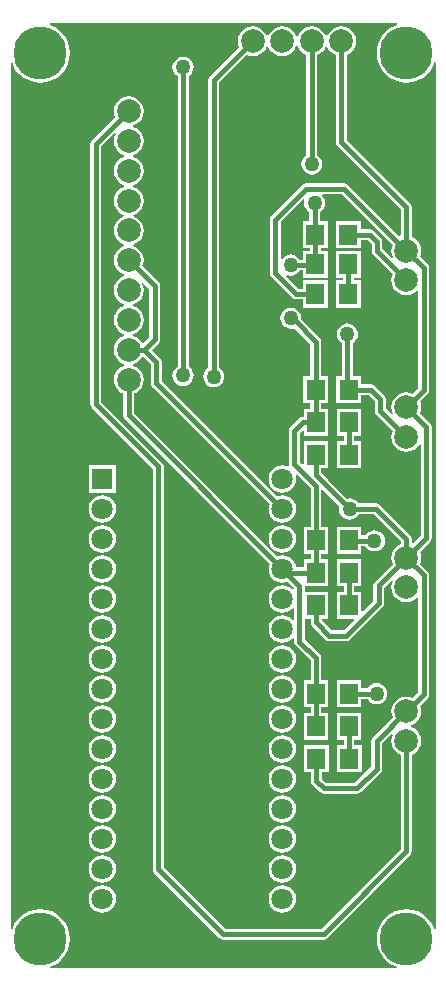
<source format=gtl>
G04*
G04 #@! TF.GenerationSoftware,Altium Limited,Altium Designer,18.0.9 (584)*
G04*
G04 Layer_Physical_Order=1*
G04 Layer_Color=255*
%FSLAX42Y42*%
%MOMM*%
G71*
G01*
G75*
%ADD12C,0.40*%
%ADD13R,1.60X1.80*%
%ADD20C,2.00*%
%ADD21C,1.80*%
%ADD22R,1.80X1.80*%
%ADD23C,1.27*%
%ADD24C,4.50*%
G36*
X3270Y7987D02*
X3254Y7982D01*
X3210Y7959D01*
X3172Y7928D01*
X3141Y7890D01*
X3118Y7846D01*
X3103Y7799D01*
X3098Y7750D01*
X3103Y7701D01*
X3118Y7654D01*
X3141Y7610D01*
X3172Y7572D01*
X3210Y7541D01*
X3254Y7518D01*
X3301Y7503D01*
X3350Y7498D01*
X3399Y7503D01*
X3446Y7518D01*
X3490Y7541D01*
X3528Y7572D01*
X3559Y7610D01*
X3582Y7654D01*
X3587Y7670D01*
X3600Y7668D01*
Y332D01*
X3587Y330D01*
X3582Y346D01*
X3559Y390D01*
X3528Y428D01*
X3490Y459D01*
X3446Y482D01*
X3399Y497D01*
X3350Y502D01*
X3301Y497D01*
X3254Y482D01*
X3210Y459D01*
X3172Y428D01*
X3141Y390D01*
X3118Y346D01*
X3103Y299D01*
X3098Y250D01*
X3103Y201D01*
X3118Y154D01*
X3141Y110D01*
X3172Y72D01*
X3210Y41D01*
X3254Y18D01*
X3270Y13D01*
X3268Y0D01*
X332D01*
X330Y13D01*
X346Y18D01*
X390Y41D01*
X428Y72D01*
X459Y110D01*
X482Y154D01*
X497Y201D01*
X502Y250D01*
X497Y299D01*
X482Y346D01*
X459Y390D01*
X428Y428D01*
X390Y459D01*
X346Y482D01*
X299Y497D01*
X250Y502D01*
X201Y497D01*
X154Y482D01*
X110Y459D01*
X72Y428D01*
X41Y390D01*
X18Y346D01*
X13Y330D01*
X0Y332D01*
Y7668D01*
X13Y7670D01*
X18Y7654D01*
X41Y7610D01*
X72Y7572D01*
X110Y7541D01*
X154Y7518D01*
X201Y7503D01*
X250Y7498D01*
X299Y7503D01*
X346Y7518D01*
X390Y7541D01*
X428Y7572D01*
X459Y7610D01*
X482Y7654D01*
X497Y7701D01*
X502Y7750D01*
X497Y7799D01*
X482Y7846D01*
X459Y7890D01*
X428Y7928D01*
X390Y7959D01*
X346Y7982D01*
X330Y7987D01*
X332Y8000D01*
X3268D01*
X3270Y7987D01*
D02*
G37*
%LPC*%
G36*
X2800Y7976D02*
X2767Y7972D01*
X2737Y7960D01*
X2711Y7939D01*
X2690Y7913D01*
X2682Y7893D01*
X2668D01*
X2660Y7913D01*
X2639Y7939D01*
X2613Y7960D01*
X2583Y7972D01*
X2550Y7976D01*
X2517Y7972D01*
X2487Y7960D01*
X2461Y7939D01*
X2440Y7913D01*
X2432Y7893D01*
X2418D01*
X2410Y7913D01*
X2389Y7939D01*
X2363Y7960D01*
X2333Y7972D01*
X2300Y7976D01*
X2267Y7972D01*
X2237Y7960D01*
X2211Y7939D01*
X2190Y7913D01*
X2182Y7893D01*
X2168D01*
X2160Y7913D01*
X2139Y7939D01*
X2113Y7960D01*
X2083Y7972D01*
X2050Y7976D01*
X2017Y7972D01*
X1987Y7960D01*
X1961Y7939D01*
X1940Y7913D01*
X1928Y7883D01*
X1924Y7850D01*
X1928Y7817D01*
X1935Y7800D01*
X1687Y7553D01*
X1677Y7538D01*
X1674Y7520D01*
X1674Y7520D01*
Y5087D01*
X1657Y5073D01*
X1642Y5055D01*
X1633Y5033D01*
X1630Y5010D01*
X1633Y4987D01*
X1642Y4965D01*
X1657Y4947D01*
X1675Y4932D01*
X1697Y4923D01*
X1720Y4920D01*
X1743Y4923D01*
X1765Y4932D01*
X1783Y4947D01*
X1798Y4965D01*
X1807Y4987D01*
X1810Y5010D01*
X1807Y5033D01*
X1798Y5055D01*
X1783Y5073D01*
X1766Y5087D01*
Y7501D01*
X2000Y7735D01*
X2017Y7728D01*
X2050Y7724D01*
X2083Y7728D01*
X2113Y7740D01*
X2139Y7761D01*
X2160Y7787D01*
X2168Y7807D01*
X2182D01*
X2190Y7787D01*
X2211Y7761D01*
X2237Y7740D01*
X2267Y7728D01*
X2300Y7724D01*
X2333Y7728D01*
X2363Y7740D01*
X2389Y7761D01*
X2410Y7787D01*
X2418Y7807D01*
X2432D01*
X2440Y7787D01*
X2461Y7761D01*
X2487Y7740D01*
X2504Y7733D01*
Y6887D01*
X2487Y6873D01*
X2472Y6855D01*
X2463Y6833D01*
X2460Y6810D01*
X2463Y6787D01*
X2472Y6765D01*
X2487Y6747D01*
X2505Y6732D01*
X2527Y6723D01*
X2550Y6720D01*
X2573Y6723D01*
X2595Y6732D01*
X2613Y6747D01*
X2628Y6765D01*
X2637Y6787D01*
X2640Y6810D01*
X2637Y6833D01*
X2628Y6855D01*
X2613Y6873D01*
X2596Y6887D01*
Y7733D01*
X2613Y7740D01*
X2639Y7761D01*
X2660Y7787D01*
X2668Y7807D01*
X2682D01*
X2690Y7787D01*
X2711Y7761D01*
X2737Y7740D01*
X2754Y7733D01*
Y6995D01*
X2754Y6995D01*
X2757Y6977D01*
X2767Y6962D01*
X3304Y6426D01*
Y6205D01*
X3291Y6199D01*
X2858Y6633D01*
X2843Y6643D01*
X2825Y6646D01*
X2825Y6646D01*
X2500D01*
X2500Y6646D01*
X2482Y6643D01*
X2467Y6633D01*
X2467Y6633D01*
X2207Y6373D01*
X2197Y6358D01*
X2194Y6340D01*
X2194Y6340D01*
Y5890D01*
X2194Y5890D01*
X2197Y5872D01*
X2207Y5857D01*
X2387Y5677D01*
X2402Y5667D01*
X2420Y5664D01*
X2420Y5664D01*
X2475D01*
Y5595D01*
X2685D01*
Y5825D01*
X2475D01*
Y5756D01*
X2439D01*
X2335Y5861D01*
X2342Y5871D01*
X2349Y5868D01*
X2373Y5865D01*
X2396Y5868D01*
X2417Y5877D01*
X2436Y5892D01*
X2449Y5909D01*
X2475D01*
Y5845D01*
X2685D01*
Y6075D01*
X2626D01*
Y6095D01*
X2685D01*
Y6325D01*
X2621D01*
Y6403D01*
X2638Y6417D01*
X2653Y6435D01*
X2662Y6457D01*
X2665Y6480D01*
X2662Y6503D01*
X2653Y6525D01*
X2640Y6541D01*
X2644Y6554D01*
X2806D01*
X3235Y6125D01*
X3228Y6108D01*
X3224Y6075D01*
X3228Y6042D01*
X3236Y6022D01*
X3225Y6015D01*
X3148Y6092D01*
Y6148D01*
X3148Y6148D01*
X3145Y6166D01*
X3135Y6181D01*
X3073Y6243D01*
X3058Y6253D01*
X3040Y6256D01*
X3040Y6256D01*
X2965D01*
Y6325D01*
X2755D01*
Y6095D01*
X2965D01*
Y6164D01*
X3021D01*
X3056Y6129D01*
Y6073D01*
X3056Y6073D01*
X3059Y6055D01*
X3069Y6040D01*
X3235Y5875D01*
X3228Y5858D01*
X3224Y5825D01*
X3228Y5792D01*
X3240Y5762D01*
X3261Y5736D01*
X3287Y5715D01*
X3317Y5703D01*
X3350Y5699D01*
X3383Y5703D01*
X3413Y5715D01*
X3439Y5735D01*
X3444Y5734D01*
X3451Y5732D01*
Y4917D01*
X3400Y4865D01*
X3383Y4872D01*
X3350Y4876D01*
X3317Y4872D01*
X3287Y4860D01*
X3261Y4839D01*
X3240Y4813D01*
X3228Y4783D01*
X3224Y4750D01*
X3228Y4717D01*
X3236Y4697D01*
X3225Y4690D01*
X3176Y4739D01*
Y4820D01*
X3176Y4820D01*
X3173Y4838D01*
X3163Y4853D01*
X3163Y4853D01*
X3083Y4933D01*
X3068Y4943D01*
X3050Y4946D01*
X3050Y4946D01*
X2968D01*
Y5015D01*
X2896D01*
Y5293D01*
X2913Y5307D01*
X2928Y5325D01*
X2937Y5347D01*
X2940Y5370D01*
X2937Y5393D01*
X2928Y5415D01*
X2913Y5433D01*
X2895Y5448D01*
X2873Y5457D01*
X2850Y5460D01*
X2827Y5457D01*
X2805Y5448D01*
X2787Y5433D01*
X2772Y5415D01*
X2763Y5393D01*
X2760Y5370D01*
X2763Y5347D01*
X2772Y5325D01*
X2787Y5307D01*
X2804Y5293D01*
Y5015D01*
X2758D01*
Y4785D01*
X2968D01*
Y4854D01*
X3031D01*
X3084Y4801D01*
Y4720D01*
X3084Y4720D01*
X3087Y4702D01*
X3097Y4687D01*
X3235Y4550D01*
X3228Y4533D01*
X3224Y4500D01*
X3228Y4467D01*
X3240Y4437D01*
X3261Y4411D01*
X3287Y4390D01*
X3317Y4378D01*
X3350Y4374D01*
X3383Y4378D01*
X3413Y4390D01*
X3439Y4411D01*
X3459Y4435D01*
X3468Y4435D01*
X3471Y4434D01*
Y3662D01*
X3409Y3599D01*
X3396Y3605D01*
Y3635D01*
X3396Y3635D01*
X3393Y3653D01*
X3383Y3668D01*
X3383Y3668D01*
X3128Y3923D01*
X3113Y3933D01*
X3095Y3936D01*
X3095Y3936D01*
X2947D01*
X2933Y3953D01*
X2915Y3968D01*
X2893Y3977D01*
X2870Y3980D01*
X2849Y3977D01*
X2688Y4137D01*
X2683Y4145D01*
X2683Y4145D01*
X2631Y4197D01*
Y4235D01*
X2690D01*
Y4465D01*
X2480D01*
Y4272D01*
X2468Y4268D01*
X2446Y4289D01*
Y4531D01*
X2468Y4552D01*
X2480Y4548D01*
Y4510D01*
X2690D01*
Y4740D01*
X2629D01*
Y4785D01*
X2688D01*
Y5015D01*
X2629D01*
Y5307D01*
X2629Y5307D01*
X2626Y5325D01*
X2616Y5340D01*
X2616Y5340D01*
X2461Y5495D01*
X2462Y5505D01*
X2459Y5528D01*
X2450Y5550D01*
X2436Y5568D01*
X2417Y5583D01*
X2396Y5592D01*
X2373Y5595D01*
X2349Y5592D01*
X2328Y5583D01*
X2309Y5568D01*
X2295Y5550D01*
X2286Y5528D01*
X2283Y5505D01*
X2286Y5482D01*
X2295Y5460D01*
X2309Y5442D01*
X2328Y5427D01*
X2349Y5418D01*
X2373Y5415D01*
X2396Y5418D01*
X2403Y5421D01*
X2537Y5288D01*
Y5015D01*
X2478D01*
Y4785D01*
X2537D01*
Y4740D01*
X2480D01*
Y4671D01*
X2475D01*
X2457Y4668D01*
X2442Y4658D01*
X2442Y4658D01*
X2367Y4583D01*
X2357Y4568D01*
X2354Y4550D01*
X2354Y4550D01*
Y4270D01*
X2354Y4270D01*
X2356Y4260D01*
X2345Y4250D01*
X2330Y4256D01*
X2300Y4260D01*
X2270Y4256D01*
X2242Y4245D01*
X2218Y4226D01*
X2199Y4202D01*
X2188Y4174D01*
X2184Y4144D01*
X2188Y4114D01*
X2199Y4086D01*
X2218Y4062D01*
X2242Y4043D01*
X2270Y4032D01*
X2300Y4028D01*
X2330Y4032D01*
X2358Y4043D01*
X2382Y4062D01*
X2401Y4086D01*
X2412Y4114D01*
X2416Y4144D01*
X2412Y4174D01*
X2412Y4174D01*
X2423Y4181D01*
X2539Y4066D01*
Y3740D01*
X2480D01*
Y3510D01*
X2539D01*
Y3465D01*
X2480D01*
Y3396D01*
X2415D01*
X2412Y3412D01*
X2401Y3440D01*
X2382Y3464D01*
X2358Y3483D01*
X2330Y3494D01*
X2300Y3498D01*
X2270Y3494D01*
X2258Y3489D01*
X1046Y4701D01*
Y4868D01*
X1063Y4875D01*
X1089Y4896D01*
X1110Y4922D01*
X1122Y4952D01*
X1126Y4985D01*
X1122Y5018D01*
X1110Y5048D01*
X1089Y5074D01*
X1063Y5095D01*
X1039Y5104D01*
Y5118D01*
X1063Y5128D01*
X1089Y5148D01*
X1109Y5173D01*
X1113Y5175D01*
X1122Y5177D01*
X1186Y5113D01*
Y4958D01*
X1186Y4958D01*
X1190Y4940D01*
X1200Y4925D01*
X2193Y3932D01*
X2188Y3920D01*
X2184Y3890D01*
X2188Y3860D01*
X2199Y3832D01*
X2218Y3808D01*
X2242Y3789D01*
X2270Y3778D01*
X2300Y3774D01*
X2330Y3778D01*
X2358Y3789D01*
X2382Y3808D01*
X2401Y3832D01*
X2412Y3860D01*
X2416Y3890D01*
X2412Y3920D01*
X2401Y3948D01*
X2382Y3972D01*
X2358Y3991D01*
X2330Y4002D01*
X2300Y4006D01*
X2270Y4002D01*
X2258Y3997D01*
X1279Y4977D01*
Y5132D01*
X1279Y5133D01*
X1275Y5150D01*
X1265Y5165D01*
X1265Y5165D01*
X1193Y5238D01*
X1253Y5297D01*
X1253Y5297D01*
X1263Y5312D01*
X1266Y5330D01*
X1266Y5330D01*
Y5775D01*
X1266Y5775D01*
X1263Y5793D01*
X1253Y5808D01*
X1253Y5808D01*
X1115Y5945D01*
X1122Y5962D01*
X1126Y5995D01*
X1122Y6028D01*
X1110Y6058D01*
X1089Y6084D01*
X1063Y6105D01*
X1039Y6114D01*
Y6128D01*
X1063Y6138D01*
X1089Y6158D01*
X1110Y6184D01*
X1122Y6215D01*
X1126Y6248D01*
X1122Y6280D01*
X1110Y6311D01*
X1089Y6337D01*
X1063Y6357D01*
X1039Y6367D01*
Y6381D01*
X1063Y6390D01*
X1089Y6411D01*
X1110Y6437D01*
X1122Y6467D01*
X1126Y6500D01*
X1122Y6533D01*
X1110Y6563D01*
X1089Y6589D01*
X1063Y6610D01*
X1039Y6619D01*
Y6633D01*
X1063Y6643D01*
X1089Y6663D01*
X1110Y6689D01*
X1122Y6720D01*
X1126Y6753D01*
X1122Y6785D01*
X1110Y6816D01*
X1089Y6842D01*
X1063Y6862D01*
X1039Y6872D01*
Y6886D01*
X1063Y6895D01*
X1089Y6916D01*
X1110Y6942D01*
X1122Y6972D01*
X1126Y7005D01*
X1122Y7038D01*
X1110Y7068D01*
X1089Y7094D01*
X1063Y7115D01*
X1039Y7124D01*
Y7138D01*
X1063Y7148D01*
X1089Y7168D01*
X1110Y7194D01*
X1122Y7225D01*
X1126Y7258D01*
X1122Y7290D01*
X1110Y7321D01*
X1089Y7347D01*
X1063Y7367D01*
X1033Y7380D01*
X1000Y7384D01*
X967Y7380D01*
X937Y7367D01*
X911Y7347D01*
X890Y7321D01*
X878Y7290D01*
X874Y7258D01*
X878Y7225D01*
X885Y7208D01*
X687Y7010D01*
X677Y6995D01*
X674Y6978D01*
X674Y6978D01*
Y4780D01*
X674Y4780D01*
X677Y4762D01*
X687Y4747D01*
X1204Y4231D01*
Y840D01*
X1204Y840D01*
X1207Y822D01*
X1217Y807D01*
X1767Y257D01*
X1782Y247D01*
X1800Y244D01*
X1800Y244D01*
X2650D01*
X2650Y244D01*
X2668Y247D01*
X2683Y257D01*
X3383Y957D01*
X3383Y957D01*
X3393Y972D01*
X3396Y990D01*
X3396Y990D01*
Y1808D01*
X3413Y1815D01*
X3439Y1836D01*
X3460Y1862D01*
X3472Y1892D01*
X3476Y1925D01*
X3472Y1958D01*
X3460Y1988D01*
X3439Y2014D01*
X3413Y2035D01*
X3393Y2043D01*
Y2057D01*
X3413Y2065D01*
X3439Y2086D01*
X3460Y2112D01*
X3472Y2142D01*
X3476Y2175D01*
X3472Y2208D01*
X3465Y2225D01*
X3530Y2290D01*
X3530Y2290D01*
X3540Y2305D01*
X3544Y2323D01*
Y3327D01*
X3540Y3345D01*
X3530Y3360D01*
X3530Y3360D01*
X3465Y3425D01*
X3472Y3442D01*
X3476Y3475D01*
X3472Y3508D01*
X3465Y3525D01*
X3550Y3610D01*
X3560Y3625D01*
X3564Y3642D01*
X3564Y3642D01*
Y4583D01*
X3560Y4600D01*
X3550Y4615D01*
X3550Y4615D01*
X3465Y4700D01*
X3472Y4717D01*
X3476Y4750D01*
X3472Y4783D01*
X3465Y4800D01*
X3530Y4865D01*
X3530Y4865D01*
X3540Y4880D01*
X3544Y4898D01*
Y5927D01*
X3540Y5945D01*
X3530Y5960D01*
X3530Y5960D01*
X3465Y6025D01*
X3472Y6042D01*
X3476Y6075D01*
X3472Y6108D01*
X3460Y6138D01*
X3439Y6164D01*
X3413Y6185D01*
X3396Y6192D01*
Y6445D01*
X3396Y6445D01*
X3393Y6463D01*
X3383Y6478D01*
X3383Y6478D01*
X2846Y7014D01*
Y7733D01*
X2863Y7740D01*
X2889Y7761D01*
X2910Y7787D01*
X2922Y7817D01*
X2926Y7850D01*
X2922Y7883D01*
X2910Y7913D01*
X2889Y7939D01*
X2863Y7960D01*
X2833Y7972D01*
X2800Y7976D01*
D02*
G37*
G36*
X2965Y6075D02*
X2755D01*
Y5845D01*
X2814D01*
Y5825D01*
X2755D01*
Y5595D01*
X2965D01*
Y5825D01*
X2906D01*
Y5845D01*
X2965D01*
Y6075D01*
D02*
G37*
G36*
X1460Y7720D02*
X1437Y7717D01*
X1415Y7708D01*
X1397Y7693D01*
X1382Y7675D01*
X1373Y7653D01*
X1370Y7630D01*
X1373Y7607D01*
X1382Y7585D01*
X1397Y7567D01*
X1414Y7553D01*
Y5097D01*
X1397Y5083D01*
X1382Y5065D01*
X1373Y5043D01*
X1370Y5020D01*
X1373Y4997D01*
X1382Y4975D01*
X1397Y4957D01*
X1415Y4942D01*
X1437Y4933D01*
X1460Y4930D01*
X1483Y4933D01*
X1505Y4942D01*
X1523Y4957D01*
X1538Y4975D01*
X1547Y4997D01*
X1550Y5020D01*
X1547Y5043D01*
X1538Y5065D01*
X1523Y5083D01*
X1506Y5097D01*
Y7553D01*
X1523Y7567D01*
X1538Y7585D01*
X1547Y7607D01*
X1550Y7630D01*
X1547Y7653D01*
X1538Y7675D01*
X1523Y7693D01*
X1505Y7708D01*
X1483Y7717D01*
X1460Y7720D01*
D02*
G37*
G36*
X2970Y4740D02*
X2760D01*
Y4510D01*
X2819D01*
Y4465D01*
X2760D01*
Y4235D01*
X2970D01*
Y4465D01*
X2911D01*
Y4510D01*
X2970D01*
Y4740D01*
D02*
G37*
G36*
X891Y4259D02*
X661D01*
Y4029D01*
X891D01*
Y4259D01*
D02*
G37*
G36*
X776Y4006D02*
X746Y4002D01*
X718Y3991D01*
X694Y3972D01*
X675Y3948D01*
X664Y3920D01*
X660Y3890D01*
X664Y3860D01*
X675Y3832D01*
X694Y3808D01*
X718Y3789D01*
X746Y3778D01*
X776Y3774D01*
X806Y3778D01*
X834Y3789D01*
X858Y3808D01*
X877Y3832D01*
X888Y3860D01*
X892Y3890D01*
X888Y3920D01*
X877Y3948D01*
X858Y3972D01*
X834Y3991D01*
X806Y4002D01*
X776Y4006D01*
D02*
G37*
G36*
X2300Y3752D02*
X2270Y3748D01*
X2242Y3737D01*
X2218Y3718D01*
X2199Y3694D01*
X2188Y3666D01*
X2184Y3636D01*
X2188Y3606D01*
X2199Y3578D01*
X2218Y3554D01*
X2242Y3535D01*
X2270Y3524D01*
X2300Y3520D01*
X2330Y3524D01*
X2358Y3535D01*
X2382Y3554D01*
X2401Y3578D01*
X2412Y3606D01*
X2416Y3636D01*
X2412Y3666D01*
X2401Y3694D01*
X2382Y3718D01*
X2358Y3737D01*
X2330Y3748D01*
X2300Y3752D01*
D02*
G37*
G36*
X776D02*
X746Y3748D01*
X718Y3737D01*
X694Y3718D01*
X675Y3694D01*
X664Y3666D01*
X660Y3636D01*
X664Y3606D01*
X675Y3578D01*
X694Y3554D01*
X718Y3535D01*
X746Y3524D01*
X776Y3520D01*
X806Y3524D01*
X834Y3535D01*
X858Y3554D01*
X877Y3578D01*
X888Y3606D01*
X892Y3636D01*
X888Y3666D01*
X877Y3694D01*
X858Y3718D01*
X834Y3737D01*
X806Y3748D01*
X776Y3752D01*
D02*
G37*
G36*
Y3498D02*
X746Y3494D01*
X718Y3483D01*
X694Y3464D01*
X675Y3440D01*
X664Y3412D01*
X660Y3382D01*
X664Y3352D01*
X675Y3324D01*
X694Y3300D01*
X718Y3281D01*
X746Y3270D01*
X776Y3266D01*
X806Y3270D01*
X834Y3281D01*
X858Y3300D01*
X877Y3324D01*
X888Y3352D01*
X892Y3382D01*
X888Y3412D01*
X877Y3440D01*
X858Y3464D01*
X834Y3483D01*
X806Y3494D01*
X776Y3498D01*
D02*
G37*
G36*
Y3244D02*
X746Y3240D01*
X718Y3229D01*
X694Y3210D01*
X675Y3186D01*
X664Y3158D01*
X660Y3128D01*
X664Y3098D01*
X675Y3070D01*
X694Y3046D01*
X718Y3027D01*
X746Y3016D01*
X776Y3012D01*
X806Y3016D01*
X834Y3027D01*
X858Y3046D01*
X877Y3070D01*
X888Y3098D01*
X892Y3128D01*
X888Y3158D01*
X877Y3186D01*
X858Y3210D01*
X834Y3229D01*
X806Y3240D01*
X776Y3244D01*
D02*
G37*
G36*
Y2990D02*
X746Y2986D01*
X718Y2975D01*
X694Y2956D01*
X675Y2932D01*
X664Y2904D01*
X660Y2874D01*
X664Y2844D01*
X675Y2816D01*
X694Y2792D01*
X718Y2773D01*
X746Y2762D01*
X776Y2758D01*
X806Y2762D01*
X834Y2773D01*
X858Y2792D01*
X877Y2816D01*
X888Y2844D01*
X892Y2874D01*
X888Y2904D01*
X877Y2932D01*
X858Y2956D01*
X834Y2975D01*
X806Y2986D01*
X776Y2990D01*
D02*
G37*
G36*
Y2736D02*
X746Y2732D01*
X718Y2721D01*
X694Y2702D01*
X675Y2678D01*
X664Y2650D01*
X660Y2620D01*
X664Y2590D01*
X675Y2562D01*
X694Y2538D01*
X718Y2519D01*
X746Y2508D01*
X776Y2504D01*
X806Y2508D01*
X834Y2519D01*
X858Y2538D01*
X877Y2562D01*
X888Y2590D01*
X892Y2620D01*
X888Y2650D01*
X877Y2678D01*
X858Y2702D01*
X834Y2721D01*
X806Y2732D01*
X776Y2736D01*
D02*
G37*
G36*
Y2482D02*
X746Y2478D01*
X718Y2467D01*
X694Y2448D01*
X675Y2424D01*
X664Y2396D01*
X660Y2366D01*
X664Y2336D01*
X675Y2308D01*
X694Y2284D01*
X718Y2265D01*
X746Y2254D01*
X776Y2250D01*
X806Y2254D01*
X834Y2265D01*
X858Y2284D01*
X877Y2308D01*
X888Y2336D01*
X892Y2366D01*
X888Y2396D01*
X877Y2424D01*
X858Y2448D01*
X834Y2467D01*
X806Y2478D01*
X776Y2482D01*
D02*
G37*
G36*
Y2228D02*
X746Y2224D01*
X718Y2213D01*
X694Y2194D01*
X675Y2170D01*
X664Y2142D01*
X660Y2112D01*
X664Y2082D01*
X675Y2054D01*
X694Y2030D01*
X718Y2011D01*
X746Y2000D01*
X776Y1996D01*
X806Y2000D01*
X834Y2011D01*
X858Y2030D01*
X877Y2054D01*
X888Y2082D01*
X892Y2112D01*
X888Y2142D01*
X877Y2170D01*
X858Y2194D01*
X834Y2213D01*
X806Y2224D01*
X776Y2228D01*
D02*
G37*
G36*
Y1974D02*
X746Y1970D01*
X718Y1959D01*
X694Y1940D01*
X675Y1916D01*
X664Y1888D01*
X660Y1858D01*
X664Y1828D01*
X675Y1800D01*
X694Y1776D01*
X718Y1757D01*
X746Y1746D01*
X776Y1742D01*
X806Y1746D01*
X834Y1757D01*
X858Y1776D01*
X877Y1800D01*
X888Y1828D01*
X892Y1858D01*
X888Y1888D01*
X877Y1916D01*
X858Y1940D01*
X834Y1959D01*
X806Y1970D01*
X776Y1974D01*
D02*
G37*
G36*
Y1720D02*
X746Y1716D01*
X718Y1705D01*
X694Y1686D01*
X675Y1662D01*
X664Y1634D01*
X660Y1604D01*
X664Y1574D01*
X675Y1546D01*
X694Y1522D01*
X718Y1503D01*
X746Y1492D01*
X776Y1488D01*
X806Y1492D01*
X834Y1503D01*
X858Y1522D01*
X877Y1546D01*
X888Y1574D01*
X892Y1604D01*
X888Y1634D01*
X877Y1662D01*
X858Y1686D01*
X834Y1705D01*
X806Y1716D01*
X776Y1720D01*
D02*
G37*
G36*
Y1466D02*
X746Y1462D01*
X718Y1451D01*
X694Y1432D01*
X675Y1408D01*
X664Y1380D01*
X660Y1350D01*
X664Y1320D01*
X675Y1292D01*
X694Y1268D01*
X718Y1249D01*
X746Y1238D01*
X776Y1234D01*
X806Y1238D01*
X834Y1249D01*
X858Y1268D01*
X877Y1292D01*
X888Y1320D01*
X892Y1350D01*
X888Y1380D01*
X877Y1408D01*
X858Y1432D01*
X834Y1451D01*
X806Y1462D01*
X776Y1466D01*
D02*
G37*
G36*
Y1212D02*
X746Y1208D01*
X718Y1197D01*
X694Y1178D01*
X675Y1154D01*
X664Y1126D01*
X660Y1096D01*
X664Y1066D01*
X675Y1038D01*
X694Y1014D01*
X718Y995D01*
X746Y984D01*
X776Y980D01*
X806Y984D01*
X834Y995D01*
X858Y1014D01*
X877Y1038D01*
X888Y1066D01*
X892Y1096D01*
X888Y1126D01*
X877Y1154D01*
X858Y1178D01*
X834Y1197D01*
X806Y1208D01*
X776Y1212D01*
D02*
G37*
G36*
Y958D02*
X746Y954D01*
X718Y943D01*
X694Y924D01*
X675Y900D01*
X664Y872D01*
X660Y842D01*
X664Y812D01*
X675Y784D01*
X694Y760D01*
X718Y741D01*
X746Y730D01*
X776Y726D01*
X806Y730D01*
X834Y741D01*
X858Y760D01*
X877Y784D01*
X888Y812D01*
X892Y842D01*
X888Y872D01*
X877Y900D01*
X858Y924D01*
X834Y943D01*
X806Y954D01*
X776Y958D01*
D02*
G37*
G36*
Y704D02*
X746Y700D01*
X718Y689D01*
X694Y670D01*
X675Y646D01*
X664Y618D01*
X660Y588D01*
X664Y558D01*
X675Y530D01*
X694Y506D01*
X718Y487D01*
X746Y476D01*
X776Y472D01*
X806Y476D01*
X834Y487D01*
X858Y506D01*
X877Y530D01*
X888Y558D01*
X892Y588D01*
X888Y618D01*
X877Y646D01*
X858Y670D01*
X834Y689D01*
X806Y700D01*
X776Y704D01*
D02*
G37*
%LPD*%
G36*
X2490Y6506D02*
X2488Y6503D01*
X2485Y6480D01*
X2488Y6457D01*
X2497Y6435D01*
X2512Y6417D01*
X2529Y6403D01*
Y6325D01*
X2475D01*
Y6095D01*
X2534D01*
Y6075D01*
X2475D01*
Y6001D01*
X2449D01*
X2436Y6018D01*
X2417Y6033D01*
X2396Y6042D01*
X2373Y6045D01*
X2349Y6042D01*
X2328Y6033D01*
X2309Y6018D01*
X2299Y6005D01*
X2286Y6010D01*
Y6321D01*
X2479Y6513D01*
X2490Y6506D01*
D02*
G37*
G36*
X1174Y5756D02*
Y5349D01*
X1122Y5298D01*
X1113Y5300D01*
X1109Y5302D01*
X1089Y5327D01*
X1063Y5347D01*
X1039Y5357D01*
Y5371D01*
X1063Y5380D01*
X1089Y5401D01*
X1110Y5427D01*
X1122Y5457D01*
X1126Y5490D01*
X1122Y5523D01*
X1110Y5553D01*
X1089Y5579D01*
X1063Y5600D01*
X1039Y5609D01*
Y5623D01*
X1063Y5633D01*
X1089Y5653D01*
X1110Y5679D01*
X1122Y5710D01*
X1126Y5743D01*
X1122Y5775D01*
X1112Y5799D01*
X1123Y5807D01*
X1174Y5756D01*
D02*
G37*
G36*
X2783Y3911D02*
X2780Y3890D01*
X2783Y3867D01*
X2792Y3845D01*
X2807Y3827D01*
X2825Y3812D01*
X2847Y3803D01*
X2870Y3800D01*
X2893Y3803D01*
X2915Y3812D01*
X2933Y3827D01*
X2947Y3844D01*
X3076D01*
X3304Y3616D01*
Y3592D01*
X3287Y3585D01*
X3261Y3564D01*
X3240Y3538D01*
X3228Y3508D01*
X3224Y3475D01*
X3228Y3442D01*
X3235Y3425D01*
X3085Y3275D01*
X3075Y3260D01*
X3071Y3242D01*
X3071Y3242D01*
Y3112D01*
X2982Y3023D01*
X2970Y3027D01*
Y3190D01*
X2911D01*
Y3235D01*
X2970D01*
Y3465D01*
X2760D01*
Y3235D01*
X2819D01*
Y3190D01*
X2760D01*
Y2960D01*
X2903D01*
X2907Y2948D01*
X2823Y2864D01*
X2717D01*
X2634Y2947D01*
X2637Y2960D01*
X2690D01*
Y3190D01*
X2491D01*
Y3235D01*
X2690D01*
Y3465D01*
X2631D01*
Y3510D01*
X2690D01*
Y3740D01*
X2631D01*
Y4047D01*
X2643Y4052D01*
X2783Y3911D01*
D02*
G37*
G36*
X888Y7062D02*
X878Y7038D01*
X874Y7005D01*
X878Y6972D01*
X890Y6942D01*
X911Y6916D01*
X937Y6895D01*
X961Y6886D01*
Y6872D01*
X937Y6862D01*
X911Y6842D01*
X890Y6816D01*
X878Y6785D01*
X874Y6753D01*
X878Y6720D01*
X890Y6689D01*
X911Y6663D01*
X937Y6643D01*
X961Y6633D01*
Y6619D01*
X937Y6610D01*
X911Y6589D01*
X890Y6563D01*
X878Y6533D01*
X874Y6500D01*
X878Y6467D01*
X890Y6437D01*
X911Y6411D01*
X937Y6390D01*
X961Y6381D01*
Y6367D01*
X937Y6357D01*
X911Y6337D01*
X890Y6311D01*
X878Y6280D01*
X874Y6248D01*
X878Y6215D01*
X890Y6184D01*
X911Y6158D01*
X937Y6138D01*
X961Y6128D01*
Y6114D01*
X937Y6105D01*
X911Y6084D01*
X890Y6058D01*
X878Y6028D01*
X874Y5995D01*
X878Y5962D01*
X890Y5932D01*
X911Y5906D01*
X937Y5885D01*
X961Y5876D01*
Y5862D01*
X937Y5852D01*
X911Y5832D01*
X890Y5806D01*
X878Y5775D01*
X874Y5743D01*
X878Y5710D01*
X890Y5679D01*
X911Y5653D01*
X937Y5633D01*
X961Y5623D01*
Y5609D01*
X937Y5600D01*
X911Y5579D01*
X890Y5553D01*
X878Y5523D01*
X874Y5490D01*
X878Y5457D01*
X890Y5427D01*
X911Y5401D01*
X937Y5380D01*
X961Y5371D01*
Y5357D01*
X937Y5347D01*
X911Y5327D01*
X890Y5301D01*
X878Y5270D01*
X874Y5238D01*
X878Y5205D01*
X890Y5174D01*
X911Y5148D01*
X937Y5128D01*
X961Y5118D01*
Y5104D01*
X937Y5095D01*
X911Y5074D01*
X890Y5048D01*
X878Y5018D01*
X874Y4985D01*
X878Y4952D01*
X890Y4922D01*
X911Y4896D01*
X937Y4875D01*
X954Y4868D01*
Y4682D01*
X954Y4682D01*
X957Y4664D01*
X967Y4649D01*
X2193Y3424D01*
X2188Y3412D01*
X2184Y3382D01*
X2188Y3352D01*
X2199Y3324D01*
X2218Y3300D01*
X2242Y3281D01*
X2270Y3270D01*
X2300Y3266D01*
X2330Y3270D01*
X2342Y3275D01*
X2396Y3221D01*
X2395Y3215D01*
X2385Y3211D01*
X2382Y3211D01*
X2358Y3229D01*
X2330Y3240D01*
X2300Y3244D01*
X2270Y3240D01*
X2242Y3229D01*
X2218Y3210D01*
X2199Y3186D01*
X2188Y3158D01*
X2184Y3128D01*
X2188Y3098D01*
X2199Y3070D01*
X2218Y3046D01*
X2242Y3027D01*
X2270Y3016D01*
X2300Y3012D01*
X2330Y3016D01*
X2358Y3027D01*
X2382Y3046D01*
X2387Y3051D01*
X2399Y3047D01*
Y2955D01*
X2387Y2951D01*
X2382Y2956D01*
X2358Y2975D01*
X2330Y2986D01*
X2300Y2990D01*
X2270Y2986D01*
X2242Y2975D01*
X2218Y2956D01*
X2199Y2932D01*
X2188Y2904D01*
X2184Y2874D01*
X2188Y2844D01*
X2199Y2816D01*
X2218Y2792D01*
X2242Y2773D01*
X2270Y2762D01*
X2300Y2758D01*
X2330Y2762D01*
X2358Y2773D01*
X2382Y2792D01*
X2387Y2797D01*
X2399Y2793D01*
Y2767D01*
X2399Y2767D01*
X2402Y2749D01*
X2412Y2734D01*
X2539Y2608D01*
Y2440D01*
X2480D01*
Y2210D01*
X2539D01*
Y2165D01*
X2480D01*
Y1935D01*
X2690D01*
Y2165D01*
X2631D01*
Y2210D01*
X2690D01*
Y2440D01*
X2631D01*
Y2627D01*
X2631Y2627D01*
X2628Y2645D01*
X2618Y2660D01*
X2618Y2660D01*
X2491Y2786D01*
Y2960D01*
X2539D01*
Y2930D01*
X2539Y2930D01*
X2542Y2912D01*
X2552Y2897D01*
X2665Y2785D01*
X2665Y2785D01*
X2680Y2775D01*
X2698Y2771D01*
X2698Y2771D01*
X2842D01*
X2842Y2771D01*
X2860Y2775D01*
X2875Y2785D01*
X3150Y3060D01*
X3150Y3060D01*
X3160Y3075D01*
X3164Y3092D01*
X3164Y3093D01*
Y3223D01*
X3225Y3285D01*
X3236Y3278D01*
X3228Y3258D01*
X3224Y3225D01*
X3228Y3192D01*
X3240Y3162D01*
X3261Y3136D01*
X3287Y3115D01*
X3317Y3103D01*
X3350Y3099D01*
X3383Y3103D01*
X3413Y3115D01*
X3439Y3135D01*
X3444Y3134D01*
X3451Y3132D01*
Y2342D01*
X3400Y2290D01*
X3383Y2297D01*
X3350Y2301D01*
X3317Y2297D01*
X3287Y2285D01*
X3261Y2264D01*
X3240Y2238D01*
X3228Y2208D01*
X3224Y2175D01*
X3228Y2142D01*
X3235Y2125D01*
X3069Y1959D01*
X3059Y1944D01*
X3055Y1926D01*
X3055Y1926D01*
Y1711D01*
X2916Y1571D01*
X2669D01*
X2633Y1607D01*
Y1660D01*
X2692D01*
Y1890D01*
X2482D01*
Y1660D01*
X2541D01*
Y1588D01*
X2541Y1588D01*
X2544Y1570D01*
X2554Y1555D01*
X2617Y1492D01*
X2617Y1492D01*
X2632Y1482D01*
X2650Y1479D01*
X2650Y1479D01*
X2935D01*
X2935Y1479D01*
X2952Y1482D01*
X2967Y1492D01*
X3134Y1659D01*
X3134Y1659D01*
X3144Y1674D01*
X3148Y1692D01*
Y1907D01*
X3225Y1985D01*
X3236Y1978D01*
X3228Y1958D01*
X3224Y1925D01*
X3228Y1892D01*
X3240Y1862D01*
X3261Y1836D01*
X3287Y1815D01*
X3304Y1808D01*
Y1009D01*
X2631Y336D01*
X1819D01*
X1296Y859D01*
Y4250D01*
X1296Y4250D01*
X1293Y4268D01*
X1283Y4283D01*
X1283Y4283D01*
X766Y4799D01*
Y6958D01*
X877Y7069D01*
X888Y7062D01*
D02*
G37*
%LPC*%
G36*
X2970Y3740D02*
X2760D01*
Y3510D01*
X2970D01*
Y3574D01*
X3003D01*
X3017Y3557D01*
X3035Y3542D01*
X3057Y3533D01*
X3080Y3530D01*
X3103Y3533D01*
X3125Y3542D01*
X3143Y3557D01*
X3158Y3575D01*
X3167Y3597D01*
X3170Y3620D01*
X3167Y3643D01*
X3158Y3665D01*
X3143Y3683D01*
X3125Y3698D01*
X3103Y3707D01*
X3080Y3710D01*
X3057Y3707D01*
X3035Y3698D01*
X3017Y3683D01*
X3003Y3666D01*
X2970D01*
Y3740D01*
D02*
G37*
G36*
X2300Y2736D02*
X2270Y2732D01*
X2242Y2721D01*
X2218Y2702D01*
X2199Y2678D01*
X2188Y2650D01*
X2184Y2620D01*
X2188Y2590D01*
X2199Y2562D01*
X2218Y2538D01*
X2242Y2519D01*
X2270Y2508D01*
X2300Y2504D01*
X2330Y2508D01*
X2358Y2519D01*
X2382Y2538D01*
X2401Y2562D01*
X2412Y2590D01*
X2416Y2620D01*
X2412Y2650D01*
X2401Y2678D01*
X2382Y2702D01*
X2358Y2721D01*
X2330Y2732D01*
X2300Y2736D01*
D02*
G37*
G36*
Y2482D02*
X2270Y2478D01*
X2242Y2467D01*
X2218Y2448D01*
X2199Y2424D01*
X2188Y2396D01*
X2184Y2366D01*
X2188Y2336D01*
X2199Y2308D01*
X2218Y2284D01*
X2242Y2265D01*
X2270Y2254D01*
X2300Y2250D01*
X2330Y2254D01*
X2358Y2265D01*
X2382Y2284D01*
X2401Y2308D01*
X2412Y2336D01*
X2416Y2366D01*
X2412Y2396D01*
X2401Y2424D01*
X2382Y2448D01*
X2358Y2467D01*
X2330Y2478D01*
X2300Y2482D01*
D02*
G37*
G36*
X2970Y2440D02*
X2760D01*
Y2210D01*
X2970D01*
Y2279D01*
X3023D01*
X3037Y2262D01*
X3055Y2247D01*
X3077Y2238D01*
X3100Y2235D01*
X3123Y2238D01*
X3145Y2247D01*
X3163Y2262D01*
X3178Y2280D01*
X3187Y2302D01*
X3190Y2325D01*
X3187Y2348D01*
X3178Y2370D01*
X3163Y2388D01*
X3145Y2403D01*
X3123Y2412D01*
X3100Y2415D01*
X3077Y2412D01*
X3055Y2403D01*
X3037Y2388D01*
X3023Y2371D01*
X2970D01*
Y2440D01*
D02*
G37*
G36*
X2300Y2228D02*
X2270Y2224D01*
X2242Y2213D01*
X2218Y2194D01*
X2199Y2170D01*
X2188Y2142D01*
X2184Y2112D01*
X2188Y2082D01*
X2199Y2054D01*
X2218Y2030D01*
X2242Y2011D01*
X2270Y2000D01*
X2300Y1996D01*
X2330Y2000D01*
X2358Y2011D01*
X2382Y2030D01*
X2401Y2054D01*
X2412Y2082D01*
X2416Y2112D01*
X2412Y2142D01*
X2401Y2170D01*
X2382Y2194D01*
X2358Y2213D01*
X2330Y2224D01*
X2300Y2228D01*
D02*
G37*
G36*
Y1974D02*
X2270Y1970D01*
X2242Y1959D01*
X2218Y1940D01*
X2199Y1916D01*
X2188Y1888D01*
X2184Y1858D01*
X2188Y1828D01*
X2199Y1800D01*
X2218Y1776D01*
X2242Y1757D01*
X2270Y1746D01*
X2300Y1742D01*
X2330Y1746D01*
X2358Y1757D01*
X2382Y1776D01*
X2401Y1800D01*
X2412Y1828D01*
X2416Y1858D01*
X2412Y1888D01*
X2401Y1916D01*
X2382Y1940D01*
X2358Y1959D01*
X2330Y1970D01*
X2300Y1974D01*
D02*
G37*
G36*
X2970Y2165D02*
X2760D01*
Y1935D01*
X2819D01*
Y1890D01*
X2762D01*
Y1660D01*
X2972D01*
Y1890D01*
X2911D01*
Y1935D01*
X2970D01*
Y2165D01*
D02*
G37*
G36*
X2300Y1720D02*
X2270Y1716D01*
X2242Y1705D01*
X2218Y1686D01*
X2199Y1662D01*
X2188Y1634D01*
X2184Y1604D01*
X2188Y1574D01*
X2199Y1546D01*
X2218Y1522D01*
X2242Y1503D01*
X2270Y1492D01*
X2300Y1488D01*
X2330Y1492D01*
X2358Y1503D01*
X2382Y1522D01*
X2401Y1546D01*
X2412Y1574D01*
X2416Y1604D01*
X2412Y1634D01*
X2401Y1662D01*
X2382Y1686D01*
X2358Y1705D01*
X2330Y1716D01*
X2300Y1720D01*
D02*
G37*
G36*
Y1466D02*
X2270Y1462D01*
X2242Y1451D01*
X2218Y1432D01*
X2199Y1408D01*
X2188Y1380D01*
X2184Y1350D01*
X2188Y1320D01*
X2199Y1292D01*
X2218Y1268D01*
X2242Y1249D01*
X2270Y1238D01*
X2300Y1234D01*
X2330Y1238D01*
X2358Y1249D01*
X2382Y1268D01*
X2401Y1292D01*
X2412Y1320D01*
X2416Y1350D01*
X2412Y1380D01*
X2401Y1408D01*
X2382Y1432D01*
X2358Y1451D01*
X2330Y1462D01*
X2300Y1466D01*
D02*
G37*
G36*
Y1212D02*
X2270Y1208D01*
X2242Y1197D01*
X2218Y1178D01*
X2199Y1154D01*
X2188Y1126D01*
X2184Y1096D01*
X2188Y1066D01*
X2199Y1038D01*
X2218Y1014D01*
X2242Y995D01*
X2270Y984D01*
X2300Y980D01*
X2330Y984D01*
X2358Y995D01*
X2382Y1014D01*
X2401Y1038D01*
X2412Y1066D01*
X2416Y1096D01*
X2412Y1126D01*
X2401Y1154D01*
X2382Y1178D01*
X2358Y1197D01*
X2330Y1208D01*
X2300Y1212D01*
D02*
G37*
G36*
Y958D02*
X2270Y954D01*
X2242Y943D01*
X2218Y924D01*
X2199Y900D01*
X2188Y872D01*
X2184Y842D01*
X2188Y812D01*
X2199Y784D01*
X2218Y760D01*
X2242Y741D01*
X2270Y730D01*
X2300Y726D01*
X2330Y730D01*
X2358Y741D01*
X2382Y760D01*
X2401Y784D01*
X2412Y812D01*
X2416Y842D01*
X2412Y872D01*
X2401Y900D01*
X2382Y924D01*
X2358Y943D01*
X2330Y954D01*
X2300Y958D01*
D02*
G37*
G36*
Y704D02*
X2270Y700D01*
X2242Y689D01*
X2218Y670D01*
X2199Y646D01*
X2188Y618D01*
X2184Y588D01*
X2188Y558D01*
X2199Y530D01*
X2218Y506D01*
X2242Y487D01*
X2270Y476D01*
X2300Y472D01*
X2330Y476D01*
X2358Y487D01*
X2382Y506D01*
X2401Y530D01*
X2412Y558D01*
X2416Y588D01*
X2412Y618D01*
X2401Y646D01*
X2382Y670D01*
X2358Y689D01*
X2330Y700D01*
X2300Y704D01*
D02*
G37*
%LPD*%
D12*
X2552Y5953D02*
X2570Y5970D01*
X2583Y4625D02*
Y4900D01*
X2550Y6810D02*
Y7850D01*
X2575Y6215D02*
Y6480D01*
Y6215D02*
X2580Y6210D01*
X1720Y7520D02*
X2050Y7850D01*
X1460Y5020D02*
Y7630D01*
X2800Y6995D02*
Y7850D01*
X1720Y5010D02*
Y7520D01*
X2500Y6600D02*
X2825D01*
X2240Y6340D02*
X2500Y6600D01*
X2240Y5890D02*
Y6340D01*
X2825Y6600D02*
X3350Y6075D01*
X2800Y6995D02*
X3350Y6445D01*
Y6092D02*
Y6445D01*
X2332Y3350D02*
X2445Y3237D01*
Y2767D02*
Y3237D01*
Y2767D02*
X2585Y2627D01*
X2373Y5955D02*
X2515D01*
X2532Y5972D01*
X2552Y5953D01*
X2570Y5970D02*
X2580Y5960D01*
X2850Y4913D02*
Y5370D01*
Y4913D02*
X2863Y4900D01*
X2583D02*
Y5307D01*
X2395Y5495D02*
X2583Y5307D01*
X2420Y5710D02*
X2580D01*
X2240Y5890D02*
X2420Y5710D01*
X3350Y3475D02*
Y3635D01*
X3095Y3890D02*
X3350Y3635D01*
X2650Y4110D02*
X2870Y3890D01*
X2650Y4110D02*
Y4112D01*
X2585Y4177D02*
X2650Y4112D01*
X2585Y4177D02*
Y4350D01*
X2870Y3890D02*
X3095D01*
X1127Y5238D02*
X1220Y5330D01*
X1000Y5995D02*
X1220Y5775D01*
Y5330D02*
Y5775D01*
X1000Y4682D02*
X2300Y3382D01*
X1000Y4682D02*
Y4985D01*
X1250Y840D02*
Y4250D01*
X720Y4780D02*
X1250Y4250D01*
X720Y4780D02*
Y6978D01*
X1000Y7258D01*
X3350Y990D02*
Y1925D01*
X2650Y290D02*
X3350Y990D01*
X1800Y290D02*
X2650D01*
X1250Y840D02*
X1800Y290D01*
X3102Y6073D02*
X3350Y5825D01*
X3102Y6073D02*
Y6148D01*
X3040Y6210D02*
X3102Y6148D01*
X2860Y6210D02*
X3040D01*
X3350Y5825D02*
Y5880D01*
X3130Y4720D02*
Y4820D01*
X3050Y4900D02*
X3130Y4820D01*
X2863Y4900D02*
X3050D01*
X3130Y4720D02*
X3350Y4500D01*
X2870Y3620D02*
X3080D01*
X2865Y3625D02*
X2870Y3620D01*
X2585Y3625D02*
Y4085D01*
X2400Y4270D02*
X2585Y4085D01*
X2400Y4270D02*
Y4550D01*
X2935Y1525D02*
X3101Y1692D01*
X2650Y1525D02*
X2935D01*
X3101Y1692D02*
Y1926D01*
X2587Y1588D02*
X2650Y1525D01*
X2587Y1588D02*
Y1775D01*
X2865Y2325D02*
X3100D01*
X3117Y3242D02*
X3350Y3475D01*
X3117Y3092D02*
Y3242D01*
X2842Y2817D02*
X3117Y3092D01*
X2698Y2817D02*
X2842D01*
X2585Y2930D02*
X2698Y2817D01*
X2585Y2930D02*
Y3075D01*
X2300Y3382D02*
X2332Y3350D01*
X2585D01*
X3350Y3475D02*
X3517Y3642D01*
Y4583D01*
X3350Y4750D02*
X3517Y4583D01*
X3350Y4750D02*
X3350D01*
X2583Y4625D02*
X2585D01*
X2475D02*
X2583D01*
X2400Y4550D02*
X2475Y4625D01*
X1232Y4958D02*
Y5133D01*
X1127Y5238D02*
X1232Y5133D01*
X1000Y5238D02*
X1127D01*
X1232Y4958D02*
X2300Y3890D01*
X1000Y5190D02*
Y5238D01*
X2865Y1775D02*
Y2050D01*
X2585Y2325D02*
Y2627D01*
X3350Y6075D02*
X3498Y5927D01*
Y4898D02*
Y5927D01*
X3350Y4750D02*
X3498Y4898D01*
X3350Y3475D02*
X3498Y3327D01*
Y2323D02*
Y3327D01*
X3350Y2175D02*
X3498Y2323D01*
X2865Y1775D02*
X2867D01*
X3101Y1926D02*
X3350Y2175D01*
X2580Y5960D02*
Y6210D01*
X2585Y2050D02*
Y2325D01*
Y3350D02*
Y3625D01*
X2860Y5710D02*
Y5960D01*
X2865Y4350D02*
Y4625D01*
Y3075D02*
Y3350D01*
D13*
X2867Y1775D02*
D03*
X2587D02*
D03*
X2585Y2050D02*
D03*
X2865D02*
D03*
X2585Y2325D02*
D03*
X2865D02*
D03*
Y3075D02*
D03*
X2585D02*
D03*
Y3350D02*
D03*
X2865D02*
D03*
X2585Y3625D02*
D03*
X2865D02*
D03*
Y4350D02*
D03*
X2585D02*
D03*
Y4625D02*
D03*
X2865D02*
D03*
X2583Y4900D02*
D03*
X2863D02*
D03*
X2860Y5710D02*
D03*
X2580D02*
D03*
Y5960D02*
D03*
X2860D02*
D03*
X2580Y6210D02*
D03*
X2860D02*
D03*
D20*
X2550Y7850D02*
D03*
X2050D02*
D03*
X2300D02*
D03*
X2800D02*
D03*
X3350Y4500D02*
D03*
Y4750D02*
D03*
Y3225D02*
D03*
Y3475D02*
D03*
Y1925D02*
D03*
Y2175D02*
D03*
Y5825D02*
D03*
Y6075D02*
D03*
X1000Y7005D02*
D03*
Y7258D02*
D03*
Y5995D02*
D03*
Y6248D02*
D03*
Y6753D02*
D03*
Y6500D02*
D03*
Y5490D02*
D03*
Y5743D02*
D03*
Y5238D02*
D03*
Y4985D02*
D03*
D21*
X776Y588D02*
D03*
Y1096D02*
D03*
Y842D02*
D03*
Y1604D02*
D03*
Y1350D02*
D03*
Y2112D02*
D03*
Y1858D02*
D03*
Y2620D02*
D03*
Y2366D02*
D03*
Y3128D02*
D03*
Y2874D02*
D03*
Y3382D02*
D03*
Y3636D02*
D03*
Y3890D02*
D03*
X2300Y588D02*
D03*
Y842D02*
D03*
Y1096D02*
D03*
Y1350D02*
D03*
Y1604D02*
D03*
Y1858D02*
D03*
Y2112D02*
D03*
Y2366D02*
D03*
Y2620D02*
D03*
Y2874D02*
D03*
Y3128D02*
D03*
Y3382D02*
D03*
Y3636D02*
D03*
Y3890D02*
D03*
Y4144D02*
D03*
D22*
X776D02*
D03*
D23*
X2550Y6810D02*
D03*
X2575Y6480D02*
D03*
X1460Y7630D02*
D03*
Y5020D02*
D03*
X1720Y5010D02*
D03*
X2373Y5505D02*
D03*
Y5955D02*
D03*
X2850Y5370D02*
D03*
X2870Y3890D02*
D03*
X3080Y3620D02*
D03*
X3100Y2325D02*
D03*
D24*
X3350Y250D02*
D03*
X250Y7750D02*
D03*
X3350D02*
D03*
X250Y250D02*
D03*
M02*

</source>
